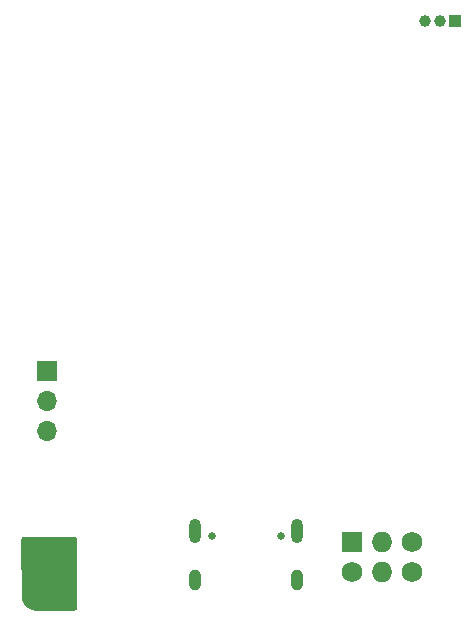
<source format=gbr>
%TF.GenerationSoftware,KiCad,Pcbnew,8.0.4*%
%TF.CreationDate,2024-09-02T23:34:25-07:00*%
%TF.ProjectId,badgesao,62616467-6573-4616-9f2e-6b696361645f,rev?*%
%TF.SameCoordinates,Original*%
%TF.FileFunction,Soldermask,Bot*%
%TF.FilePolarity,Negative*%
%FSLAX46Y46*%
G04 Gerber Fmt 4.6, Leading zero omitted, Abs format (unit mm)*
G04 Created by KiCad (PCBNEW 8.0.4) date 2024-09-02 23:34:25*
%MOMM*%
%LPD*%
G01*
G04 APERTURE LIST*
G04 Aperture macros list*
%AMHorizOval*
0 Thick line with rounded ends*
0 $1 width*
0 $2 $3 position (X,Y) of the first rounded end (center of the circle)*
0 $4 $5 position (X,Y) of the second rounded end (center of the circle)*
0 Add line between two ends*
20,1,$1,$2,$3,$4,$5,0*
0 Add two circle primitives to create the rounded ends*
1,1,$1,$2,$3*
1,1,$1,$4,$5*%
G04 Aperture macros list end*
%ADD10R,1.000000X1.000000*%
%ADD11HorizOval,1.000000X0.000000X0.000000X0.000000X0.000000X0*%
%ADD12R,1.700000X1.700000*%
%ADD13O,1.700000X1.700000*%
%ADD14O,1.000000X1.800000*%
%ADD15O,1.000000X2.100000*%
%ADD16C,0.650000*%
%ADD17R,1.727200X1.727200*%
%ADD18C,1.727200*%
%ADD19O,1.727200X1.727200*%
G04 APERTURE END LIST*
D10*
%TO.C,J1*%
X144700000Y-51700000D03*
D11*
X143430000Y-51700000D03*
X142160000Y-51700000D03*
%TD*%
D12*
%TO.C,J2*%
X110100000Y-81300000D03*
D13*
X110100000Y-83840000D03*
X110100000Y-86380000D03*
%TD*%
D14*
%TO.C,J3*%
X131320000Y-98995000D03*
D15*
X131320000Y-94815000D03*
D14*
X122680000Y-98995000D03*
D15*
X122680000Y-94815000D03*
D16*
X129890000Y-95315000D03*
X124110000Y-95315000D03*
%TD*%
D17*
%TO.C,X1*%
X135920000Y-95750000D03*
D18*
X135920000Y-98290000D03*
D19*
X138460000Y-95750000D03*
X138460000Y-98290000D03*
D18*
X141000000Y-95750000D03*
X141000000Y-98290000D03*
%TD*%
G36*
X112454736Y-95350942D02*
G01*
X112516975Y-95363322D01*
X112534639Y-95370638D01*
X112583317Y-95403163D01*
X112596836Y-95416682D01*
X112629361Y-95465360D01*
X112636677Y-95483023D01*
X112649058Y-95545263D01*
X112650000Y-95554823D01*
X112650000Y-101395176D01*
X112649058Y-101404736D01*
X112636677Y-101466976D01*
X112629361Y-101484639D01*
X112596836Y-101533317D01*
X112583317Y-101546836D01*
X112534639Y-101579361D01*
X112516976Y-101586677D01*
X112454737Y-101599058D01*
X112445177Y-101600000D01*
X109202266Y-101600000D01*
X109201975Y-101599999D01*
X109200292Y-101599989D01*
X109199805Y-101599984D01*
X109197852Y-101599953D01*
X109197562Y-101599947D01*
X109107092Y-101597975D01*
X109105226Y-101597899D01*
X109092773Y-101597152D01*
X109089045Y-101596785D01*
X109076715Y-101595093D01*
X109074868Y-101594804D01*
X108894139Y-101562936D01*
X108892040Y-101562518D01*
X108878141Y-101559436D01*
X108874016Y-101558331D01*
X108860430Y-101554048D01*
X108858404Y-101553360D01*
X108688158Y-101491396D01*
X108686167Y-101490622D01*
X108673018Y-101485176D01*
X108669142Y-101483368D01*
X108656514Y-101476794D01*
X108654640Y-101475766D01*
X108497754Y-101385188D01*
X108495925Y-101384078D01*
X108483899Y-101376416D01*
X108480399Y-101373965D01*
X108469100Y-101365295D01*
X108467432Y-101363957D01*
X108328655Y-101247509D01*
X108327050Y-101246102D01*
X108316547Y-101236479D01*
X108313520Y-101233452D01*
X108303897Y-101222949D01*
X108302490Y-101221344D01*
X108186042Y-101082567D01*
X108184704Y-101080899D01*
X108176034Y-101069600D01*
X108173583Y-101066100D01*
X108165921Y-101054074D01*
X108164811Y-101052245D01*
X108074233Y-100895359D01*
X108073205Y-100893485D01*
X108066631Y-100880857D01*
X108064823Y-100876981D01*
X108059377Y-100863832D01*
X108058603Y-100861841D01*
X107992915Y-100681363D01*
X107989961Y-100664972D01*
X107951551Y-95556349D01*
X107952430Y-95546738D01*
X107964457Y-95484126D01*
X107971707Y-95466338D01*
X108004154Y-95417279D01*
X108017686Y-95403645D01*
X108066496Y-95370832D01*
X108084230Y-95363447D01*
X108146752Y-95350950D01*
X108156356Y-95350000D01*
X112445177Y-95350000D01*
X112454736Y-95350942D01*
G37*
M02*

</source>
